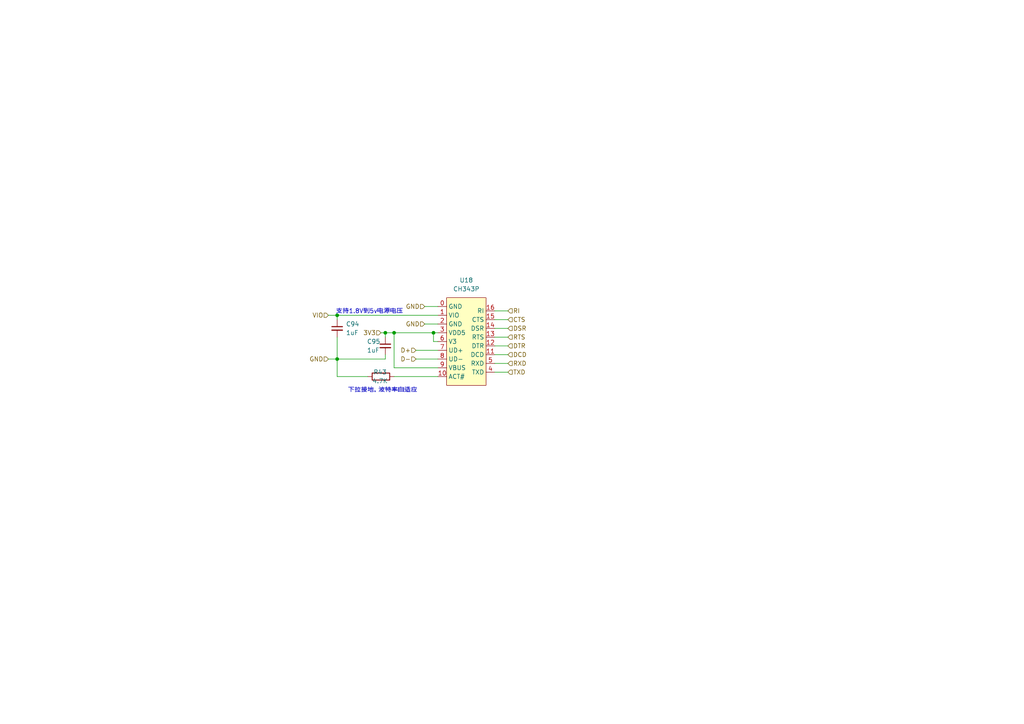
<source format=kicad_sch>
(kicad_sch (version 20231120) (generator "eeschema") (generator_version "8.0")
  (paper "A4")
  (lib_symbols
    (symbol "Device:C_Small" (pin_numbers hide) (pin_names (offset 0.254) hide)
      (property "Reference" "C" (at 0.254 1.778 0))
      (property "Value" "C_Small" (at 0.254 -2.032 0))
      (symbol "C_Small_0_1"
        (polyline (pts (xy -1.524 -0.508) (xy 1.524 -0.508)) (stroke (width 0.3302)))
        (polyline (pts (xy -1.524 0.508) (xy 1.524 0.508)) (stroke (width 0.3048)))
      )
      (symbol "C_Small_1_1"
        (pin passive line (at 0 2.54 270) (length 2.032) (name "~") (number "1"))
        (pin passive line (at 0 -2.54 90) (length 2.032) (name "~") (number "2"))
      )
    )
    (symbol "Device:R" (pin_numbers hide) (pin_names (offset 0))
      (property "Reference" "R" (at 2.032 0 90))
      (property "Value" "R" (at 0 0 90))
      (symbol "R_0_1"
        (rectangle (start -1.016 -2.54) (end 1.016 2.54) (stroke (width 0.254)))
      )
      (symbol "R_1_1"
        (pin passive line (at 0 3.81 270) (length 1.27) (name "~") (number "1"))
        (pin passive line (at 0 -3.81 90) (length 1.27) (name "~") (number "2"))
      )
    )
    (symbol "my_chips:CH343P"
      (property "Reference" "U" (at 0 13.716 0))
      (property "Value" "CH343P" (at 0.762 11.684 0))
      (symbol "CH343P_0_1"
        (rectangle (start -5.08 12.7) (end 6.35 -12.7) (fill (type background)))
      )
      (symbol "CH343P_1_1"
        (pin input line (at -7.62 10.16 0) (length 2.54) (name "GND") (number "0"))
        (pin input line (at -7.62 7.62 0) (length 2.54) (name "VIO") (number "1"))
        (pin input line (at -7.62 -10.16 0) (length 2.54) (name "ACT#") (number "10"))
        (pin input line (at 8.89 -3.81 180) (length 2.54) (name "DCD") (number "11"))
        (pin input line (at 8.89 -1.27 180) (length 2.54) (name "DTR") (number "12"))
        (pin input line (at 8.89 1.27 180) (length 2.54) (name "RTS") (number "13"))
        (pin input line (at 8.89 3.81 180) (length 2.54) (name "DSR") (number "14"))
        (pin input line (at 8.89 6.35 180) (length 2.54) (name "CTS") (number "15"))
        (pin input line (at 8.89 8.89 180) (length 2.54) (name "RI") (number "16"))
        (pin input line (at -7.62 5.08 0) (length 2.54) (name "GND") (number "2"))
        (pin input line (at -7.62 2.54 0) (length 2.54) (name "VDD5") (number "3"))
        (pin input line (at 8.89 -8.89 180) (length 2.54) (name "TXD") (number "4"))
        (pin input line (at 8.89 -6.35 180) (length 2.54) (name "RXD") (number "5"))
        (pin input line (at -7.62 0 0) (length 2.54) (name "V3") (number "6"))
        (pin input line (at -7.62 -2.54 0) (length 2.54) (name "UD+") (number "7"))
        (pin input line (at -7.62 -5.08 0) (length 2.54) (name "UD-") (number "8"))
        (pin input line (at -7.62 -7.62 0) (length 2.54) (name "VBUS") (number "9"))
      )
    )
  )
  (junction (at 125.73 96.52))
  (junction (at 114.3 96.52))
  (junction (at 97.79 91.44))
  (junction (at 97.79 104.14))
  (junction (at 111.76 96.52))
  (wire (pts (xy 110.49 96.52) (xy 111.76 96.52)))
  (wire (pts (xy 97.79 109.22) (xy 97.79 104.14)))
  (wire (pts (xy 120.65 101.6) (xy 127 101.6)))
  (wire (pts (xy 114.3 106.68) (xy 114.3 96.52)))
  (wire (pts (xy 127 99.06) (xy 125.73 99.06)))
  (wire (pts (xy 106.68 109.22) (xy 97.79 109.22)))
  (wire (pts (xy 143.51 105.41) (xy 147.32 105.41)))
  (wire (pts (xy 127 106.68) (xy 114.3 106.68)))
  (wire (pts (xy 143.51 100.33) (xy 147.32 100.33)))
  (wire (pts (xy 111.76 96.52) (xy 114.3 96.52)))
  (wire (pts (xy 125.73 96.52) (xy 127 96.52)))
  (wire (pts (xy 143.51 107.95) (xy 147.32 107.95)))
  (wire (pts (xy 143.51 90.17) (xy 147.32 90.17)))
  (wire (pts (xy 97.79 91.44) (xy 97.79 92.71)))
  (wire (pts (xy 95.25 104.14) (xy 97.79 104.14)))
  (wire (pts (xy 123.19 88.9) (xy 127 88.9)))
  (wire (pts (xy 143.51 92.71) (xy 147.32 92.71)))
  (wire (pts (xy 143.51 97.79) (xy 147.32 97.79)))
  (wire (pts (xy 123.19 93.98) (xy 127 93.98)))
  (wire (pts (xy 111.76 102.87) (xy 111.76 104.14)))
  (wire (pts (xy 97.79 91.44) (xy 127 91.44)))
  (wire (pts (xy 114.3 96.52) (xy 125.73 96.52)))
  (wire (pts (xy 143.51 95.25) (xy 147.32 95.25)))
  (wire (pts (xy 120.65 104.14) (xy 127 104.14)))
  (wire (pts (xy 125.73 99.06) (xy 125.73 96.52)))
  (wire (pts (xy 111.76 104.14) (xy 97.79 104.14)))
  (wire (pts (xy 97.79 97.79) (xy 97.79 104.14)))
  (wire (pts (xy 111.76 96.52) (xy 111.76 97.79)))
  (wire (pts (xy 114.3 109.22) (xy 127 109.22)))
  (wire (pts (xy 95.25 91.44) (xy 97.79 91.44)))
  (wire (pts (xy 143.51 102.87) (xy 147.32 102.87)))
  (text "支持1.8V到5v电源电压" (at 107.188 90.424 0) (effects (font (size 1.27 1.27))))
  (text "下拉接地，波特率自适应" (at 110.998 113.284 0) (effects (font (size 1.27 1.27))))
  (hierarchical_label "CTS" (shape input) (at 147.32 92.71 0))
  (hierarchical_label "RI" (shape input) (at 147.32 90.17 0))
  (hierarchical_label "DSR" (shape input) (at 147.32 95.25 0))
  (hierarchical_label "GND" (shape input) (at 123.19 88.9 180))
  (hierarchical_label "RXD" (shape input) (at 147.32 105.41 0))
  (hierarchical_label "D-" (shape input) (at 120.65 104.14 180))
  (hierarchical_label "TXD" (shape input) (at 147.32 107.95 0))
  (hierarchical_label "D+" (shape input) (at 120.65 101.6 180))
  (hierarchical_label "3V3" (shape input) (at 110.49 96.52 180))
  (hierarchical_label "VIO" (shape input) (at 95.25 91.44 180))
  (hierarchical_label "DCD" (shape input) (at 147.32 102.87 0))
  (hierarchical_label "DTR" (shape input) (at 147.32 100.33 0))
  (hierarchical_label "GND" (shape input) (at 95.25 104.14 180))
  (hierarchical_label "GND" (shape input) (at 123.19 93.98 180))
  (hierarchical_label "RTS" (shape input) (at 147.32 97.79 0))
  (symbol (lib_id "Device:C_Small") (at 111.76 100.33 0) (unit 1)
    (property "Reference" "C95" (at 106.426 99.06 0) (effects (justify left)))
    (property "Value" "1uF" (at 106.426 101.6 0) (effects (justify left)))
    (property "Description" "Unpolarized capacitor, small symbol" (effects (hide yes)))
  )
  (symbol (lib_id "my_chips:CH343P") (at 134.62 99.06 0) (unit 1)
    (property "Reference" "U18" (at 135.255 81.28 0))
    (property "Value" "CH343P" (at 135.255 83.82 0))
    (property "Footprint" "Package_DFN_QFN:QFN-16-1EP_3x3mm_P0.5mm_EP1.7x1.7mm_ThermalVias" (effects (hide yes)))
    (property "Datasheet" "https://www.wch.cn/products/CH343.html" (effects (hide yes)))
    (property "Description" "CH343是一个USB总线的转接芯片，实现USB转高速异步串口，同时支持115200bps及以下通讯波特率的自动识别和动态自适应，提供了常用的MODEM联络信号，用于为计算机扩展异步串口，或者将普通的串口设备或者MCU直接升级到USB总线。" (effects (hide yes)))
  )
  (symbol (lib_id "Device:R") (at 110.49 109.22 90) (unit 1)
    (property "Reference" "R43" (at 110.236 107.95 90))
    (property "Value" "4.7K" (at 110.236 110.49 90))
    (property "Description" "Resistor" (effects (hide yes)))
  )
  (symbol (lib_id "Device:C_Small") (at 97.79 95.25 0) (unit 1)
    (property "Reference" "C94" (at 100.33 93.9862 0) (effects (justify left)))
    (property "Value" "1uF" (at 100.33 96.5262 0) (effects (justify left)))
    (property "Description" "Unpolarized capacitor, small symbol" (effects (hide yes)))
  )
)
</source>
